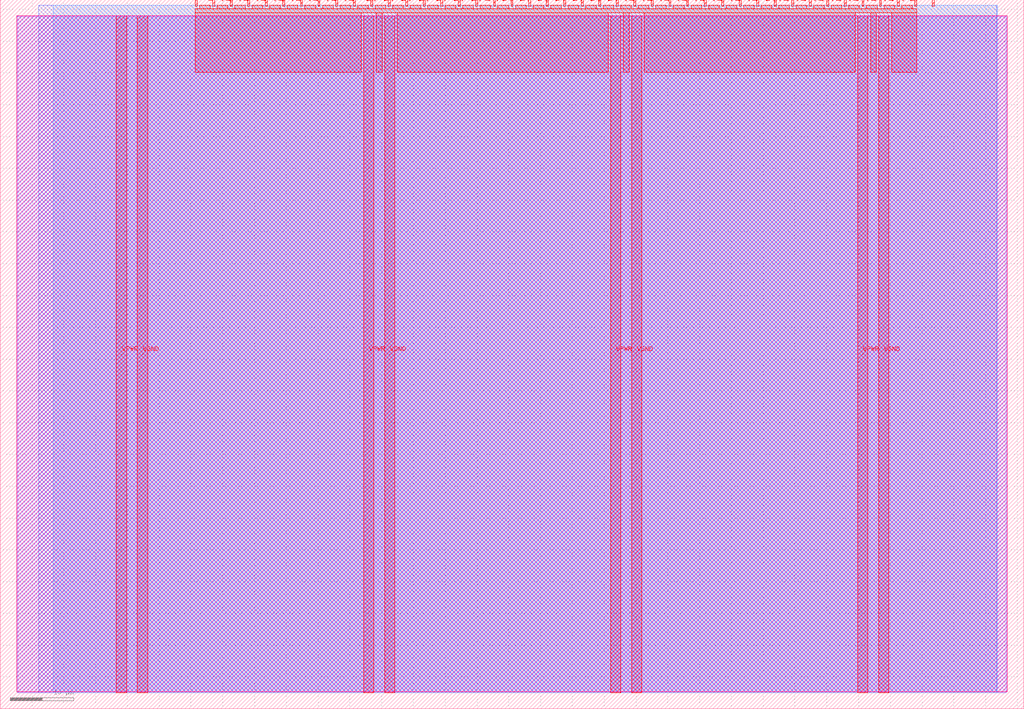
<source format=lef>
VERSION 5.7 ;
  NOWIREEXTENSIONATPIN ON ;
  DIVIDERCHAR "/" ;
  BUSBITCHARS "[]" ;
MACRO tt_um_willwhang
  CLASS BLOCK ;
  FOREIGN tt_um_willwhang ;
  ORIGIN 0.000 0.000 ;
  SIZE 161.000 BY 111.520 ;
  PIN VGND
    DIRECTION INOUT ;
    USE GROUND ;
    PORT
      LAYER met4 ;
        RECT 21.580 2.480 23.180 109.040 ;
    END
    PORT
      LAYER met4 ;
        RECT 60.450 2.480 62.050 109.040 ;
    END
    PORT
      LAYER met4 ;
        RECT 99.320 2.480 100.920 109.040 ;
    END
    PORT
      LAYER met4 ;
        RECT 138.190 2.480 139.790 109.040 ;
    END
  END VGND
  PIN VPWR
    DIRECTION INOUT ;
    USE POWER ;
    PORT
      LAYER met4 ;
        RECT 18.280 2.480 19.880 109.040 ;
    END
    PORT
      LAYER met4 ;
        RECT 57.150 2.480 58.750 109.040 ;
    END
    PORT
      LAYER met4 ;
        RECT 96.020 2.480 97.620 109.040 ;
    END
    PORT
      LAYER met4 ;
        RECT 134.890 2.480 136.490 109.040 ;
    END
  END VPWR
  PIN clk
    DIRECTION INPUT ;
    USE SIGNAL ;
    ANTENNAGATEAREA 0.852000 ;
    PORT
      LAYER met4 ;
        RECT 143.830 110.520 144.130 111.520 ;
    END
  END clk
  PIN ena
    DIRECTION INPUT ;
    USE SIGNAL ;
    PORT
      LAYER met4 ;
        RECT 146.590 110.520 146.890 111.520 ;
    END
  END ena
  PIN rst_n
    DIRECTION INPUT ;
    USE SIGNAL ;
    ANTENNAGATEAREA 0.196500 ;
    PORT
      LAYER met4 ;
        RECT 141.070 110.520 141.370 111.520 ;
    END
  END rst_n
  PIN ui_in[0]
    DIRECTION INPUT ;
    USE SIGNAL ;
    ANTENNAGATEAREA 0.196500 ;
    PORT
      LAYER met4 ;
        RECT 138.310 110.520 138.610 111.520 ;
    END
  END ui_in[0]
  PIN ui_in[1]
    DIRECTION INPUT ;
    USE SIGNAL ;
    ANTENNAGATEAREA 0.196500 ;
    PORT
      LAYER met4 ;
        RECT 135.550 110.520 135.850 111.520 ;
    END
  END ui_in[1]
  PIN ui_in[2]
    DIRECTION INPUT ;
    USE SIGNAL ;
    ANTENNAGATEAREA 0.196500 ;
    PORT
      LAYER met4 ;
        RECT 132.790 110.520 133.090 111.520 ;
    END
  END ui_in[2]
  PIN ui_in[3]
    DIRECTION INPUT ;
    USE SIGNAL ;
    ANTENNAGATEAREA 0.196500 ;
    PORT
      LAYER met4 ;
        RECT 130.030 110.520 130.330 111.520 ;
    END
  END ui_in[3]
  PIN ui_in[4]
    DIRECTION INPUT ;
    USE SIGNAL ;
    ANTENNAGATEAREA 0.196500 ;
    PORT
      LAYER met4 ;
        RECT 127.270 110.520 127.570 111.520 ;
    END
  END ui_in[4]
  PIN ui_in[5]
    DIRECTION INPUT ;
    USE SIGNAL ;
    ANTENNAGATEAREA 0.196500 ;
    PORT
      LAYER met4 ;
        RECT 124.510 110.520 124.810 111.520 ;
    END
  END ui_in[5]
  PIN ui_in[6]
    DIRECTION INPUT ;
    USE SIGNAL ;
    ANTENNAGATEAREA 0.196500 ;
    PORT
      LAYER met4 ;
        RECT 121.750 110.520 122.050 111.520 ;
    END
  END ui_in[6]
  PIN ui_in[7]
    DIRECTION INPUT ;
    USE SIGNAL ;
    PORT
      LAYER met4 ;
        RECT 118.990 110.520 119.290 111.520 ;
    END
  END ui_in[7]
  PIN uio_in[0]
    DIRECTION INPUT ;
    USE SIGNAL ;
    PORT
      LAYER met4 ;
        RECT 116.230 110.520 116.530 111.520 ;
    END
  END uio_in[0]
  PIN uio_in[1]
    DIRECTION INPUT ;
    USE SIGNAL ;
    PORT
      LAYER met4 ;
        RECT 113.470 110.520 113.770 111.520 ;
    END
  END uio_in[1]
  PIN uio_in[2]
    DIRECTION INPUT ;
    USE SIGNAL ;
    PORT
      LAYER met4 ;
        RECT 110.710 110.520 111.010 111.520 ;
    END
  END uio_in[2]
  PIN uio_in[3]
    DIRECTION INPUT ;
    USE SIGNAL ;
    PORT
      LAYER met4 ;
        RECT 107.950 110.520 108.250 111.520 ;
    END
  END uio_in[3]
  PIN uio_in[4]
    DIRECTION INPUT ;
    USE SIGNAL ;
    PORT
      LAYER met4 ;
        RECT 105.190 110.520 105.490 111.520 ;
    END
  END uio_in[4]
  PIN uio_in[5]
    DIRECTION INPUT ;
    USE SIGNAL ;
    PORT
      LAYER met4 ;
        RECT 102.430 110.520 102.730 111.520 ;
    END
  END uio_in[5]
  PIN uio_in[6]
    DIRECTION INPUT ;
    USE SIGNAL ;
    PORT
      LAYER met4 ;
        RECT 99.670 110.520 99.970 111.520 ;
    END
  END uio_in[6]
  PIN uio_in[7]
    DIRECTION INPUT ;
    USE SIGNAL ;
    PORT
      LAYER met4 ;
        RECT 96.910 110.520 97.210 111.520 ;
    END
  END uio_in[7]
  PIN uio_oe[0]
    DIRECTION OUTPUT ;
    USE SIGNAL ;
    PORT
      LAYER met4 ;
        RECT 49.990 110.520 50.290 111.520 ;
    END
  END uio_oe[0]
  PIN uio_oe[1]
    DIRECTION OUTPUT ;
    USE SIGNAL ;
    PORT
      LAYER met4 ;
        RECT 47.230 110.520 47.530 111.520 ;
    END
  END uio_oe[1]
  PIN uio_oe[2]
    DIRECTION OUTPUT ;
    USE SIGNAL ;
    PORT
      LAYER met4 ;
        RECT 44.470 110.520 44.770 111.520 ;
    END
  END uio_oe[2]
  PIN uio_oe[3]
    DIRECTION OUTPUT ;
    USE SIGNAL ;
    PORT
      LAYER met4 ;
        RECT 41.710 110.520 42.010 111.520 ;
    END
  END uio_oe[3]
  PIN uio_oe[4]
    DIRECTION OUTPUT ;
    USE SIGNAL ;
    PORT
      LAYER met4 ;
        RECT 38.950 110.520 39.250 111.520 ;
    END
  END uio_oe[4]
  PIN uio_oe[5]
    DIRECTION OUTPUT ;
    USE SIGNAL ;
    PORT
      LAYER met4 ;
        RECT 36.190 110.520 36.490 111.520 ;
    END
  END uio_oe[5]
  PIN uio_oe[6]
    DIRECTION OUTPUT ;
    USE SIGNAL ;
    PORT
      LAYER met4 ;
        RECT 33.430 110.520 33.730 111.520 ;
    END
  END uio_oe[6]
  PIN uio_oe[7]
    DIRECTION OUTPUT ;
    USE SIGNAL ;
    PORT
      LAYER met4 ;
        RECT 30.670 110.520 30.970 111.520 ;
    END
  END uio_oe[7]
  PIN uio_out[0]
    DIRECTION OUTPUT ;
    USE SIGNAL ;
    ANTENNADIFFAREA 0.445500 ;
    PORT
      LAYER met4 ;
        RECT 72.070 110.520 72.370 111.520 ;
    END
  END uio_out[0]
  PIN uio_out[1]
    DIRECTION OUTPUT ;
    USE SIGNAL ;
    ANTENNADIFFAREA 0.445500 ;
    PORT
      LAYER met4 ;
        RECT 69.310 110.520 69.610 111.520 ;
    END
  END uio_out[1]
  PIN uio_out[2]
    DIRECTION OUTPUT ;
    USE SIGNAL ;
    ANTENNADIFFAREA 0.445500 ;
    PORT
      LAYER met4 ;
        RECT 66.550 110.520 66.850 111.520 ;
    END
  END uio_out[2]
  PIN uio_out[3]
    DIRECTION OUTPUT ;
    USE SIGNAL ;
    ANTENNADIFFAREA 0.445500 ;
    PORT
      LAYER met4 ;
        RECT 63.790 110.520 64.090 111.520 ;
    END
  END uio_out[3]
  PIN uio_out[4]
    DIRECTION OUTPUT ;
    USE SIGNAL ;
    ANTENNADIFFAREA 0.445500 ;
    PORT
      LAYER met4 ;
        RECT 61.030 110.520 61.330 111.520 ;
    END
  END uio_out[4]
  PIN uio_out[5]
    DIRECTION OUTPUT ;
    USE SIGNAL ;
    ANTENNADIFFAREA 0.445500 ;
    PORT
      LAYER met4 ;
        RECT 58.270 110.520 58.570 111.520 ;
    END
  END uio_out[5]
  PIN uio_out[6]
    DIRECTION OUTPUT ;
    USE SIGNAL ;
    ANTENNADIFFAREA 0.445500 ;
    PORT
      LAYER met4 ;
        RECT 55.510 110.520 55.810 111.520 ;
    END
  END uio_out[6]
  PIN uio_out[7]
    DIRECTION OUTPUT ;
    USE SIGNAL ;
    ANTENNADIFFAREA 0.795200 ;
    PORT
      LAYER met4 ;
        RECT 52.750 110.520 53.050 111.520 ;
    END
  END uio_out[7]
  PIN uo_out[0]
    DIRECTION OUTPUT ;
    USE SIGNAL ;
    ANTENNADIFFAREA 0.445500 ;
    PORT
      LAYER met4 ;
        RECT 94.150 110.520 94.450 111.520 ;
    END
  END uo_out[0]
  PIN uo_out[1]
    DIRECTION OUTPUT ;
    USE SIGNAL ;
    ANTENNADIFFAREA 0.445500 ;
    PORT
      LAYER met4 ;
        RECT 91.390 110.520 91.690 111.520 ;
    END
  END uo_out[1]
  PIN uo_out[2]
    DIRECTION OUTPUT ;
    USE SIGNAL ;
    ANTENNADIFFAREA 0.445500 ;
    PORT
      LAYER met4 ;
        RECT 88.630 110.520 88.930 111.520 ;
    END
  END uo_out[2]
  PIN uo_out[3]
    DIRECTION OUTPUT ;
    USE SIGNAL ;
    ANTENNADIFFAREA 0.445500 ;
    PORT
      LAYER met4 ;
        RECT 85.870 110.520 86.170 111.520 ;
    END
  END uo_out[3]
  PIN uo_out[4]
    DIRECTION OUTPUT ;
    USE SIGNAL ;
    ANTENNADIFFAREA 0.445500 ;
    PORT
      LAYER met4 ;
        RECT 83.110 110.520 83.410 111.520 ;
    END
  END uo_out[4]
  PIN uo_out[5]
    DIRECTION OUTPUT ;
    USE SIGNAL ;
    ANTENNADIFFAREA 0.445500 ;
    PORT
      LAYER met4 ;
        RECT 80.350 110.520 80.650 111.520 ;
    END
  END uo_out[5]
  PIN uo_out[6]
    DIRECTION OUTPUT ;
    USE SIGNAL ;
    ANTENNADIFFAREA 0.445500 ;
    PORT
      LAYER met4 ;
        RECT 77.590 110.520 77.890 111.520 ;
    END
  END uo_out[6]
  PIN uo_out[7]
    DIRECTION OUTPUT ;
    USE SIGNAL ;
    ANTENNADIFFAREA 0.795200 ;
    PORT
      LAYER met4 ;
        RECT 74.830 110.520 75.130 111.520 ;
    END
  END uo_out[7]
  OBS
      LAYER nwell ;
        RECT 2.570 2.635 158.430 108.990 ;
      LAYER li1 ;
        RECT 2.760 2.635 158.240 108.885 ;
      LAYER met1 ;
        RECT 2.760 2.480 158.240 109.040 ;
      LAYER met2 ;
        RECT 6.080 2.535 156.770 110.685 ;
      LAYER met3 ;
        RECT 8.345 2.555 156.795 110.665 ;
      LAYER met4 ;
        RECT 31.370 110.120 33.030 110.665 ;
        RECT 34.130 110.120 35.790 110.665 ;
        RECT 36.890 110.120 38.550 110.665 ;
        RECT 39.650 110.120 41.310 110.665 ;
        RECT 42.410 110.120 44.070 110.665 ;
        RECT 45.170 110.120 46.830 110.665 ;
        RECT 47.930 110.120 49.590 110.665 ;
        RECT 50.690 110.120 52.350 110.665 ;
        RECT 53.450 110.120 55.110 110.665 ;
        RECT 56.210 110.120 57.870 110.665 ;
        RECT 58.970 110.120 60.630 110.665 ;
        RECT 61.730 110.120 63.390 110.665 ;
        RECT 64.490 110.120 66.150 110.665 ;
        RECT 67.250 110.120 68.910 110.665 ;
        RECT 70.010 110.120 71.670 110.665 ;
        RECT 72.770 110.120 74.430 110.665 ;
        RECT 75.530 110.120 77.190 110.665 ;
        RECT 78.290 110.120 79.950 110.665 ;
        RECT 81.050 110.120 82.710 110.665 ;
        RECT 83.810 110.120 85.470 110.665 ;
        RECT 86.570 110.120 88.230 110.665 ;
        RECT 89.330 110.120 90.990 110.665 ;
        RECT 92.090 110.120 93.750 110.665 ;
        RECT 94.850 110.120 96.510 110.665 ;
        RECT 97.610 110.120 99.270 110.665 ;
        RECT 100.370 110.120 102.030 110.665 ;
        RECT 103.130 110.120 104.790 110.665 ;
        RECT 105.890 110.120 107.550 110.665 ;
        RECT 108.650 110.120 110.310 110.665 ;
        RECT 111.410 110.120 113.070 110.665 ;
        RECT 114.170 110.120 115.830 110.665 ;
        RECT 116.930 110.120 118.590 110.665 ;
        RECT 119.690 110.120 121.350 110.665 ;
        RECT 122.450 110.120 124.110 110.665 ;
        RECT 125.210 110.120 126.870 110.665 ;
        RECT 127.970 110.120 129.630 110.665 ;
        RECT 130.730 110.120 132.390 110.665 ;
        RECT 133.490 110.120 135.150 110.665 ;
        RECT 136.250 110.120 137.910 110.665 ;
        RECT 139.010 110.120 140.670 110.665 ;
        RECT 141.770 110.120 143.430 110.665 ;
        RECT 30.655 109.440 144.145 110.120 ;
        RECT 30.655 100.135 56.750 109.440 ;
        RECT 59.150 100.135 60.050 109.440 ;
        RECT 62.450 100.135 95.620 109.440 ;
        RECT 98.020 100.135 98.920 109.440 ;
        RECT 101.320 100.135 134.490 109.440 ;
        RECT 136.890 100.135 137.790 109.440 ;
        RECT 140.190 100.135 144.145 109.440 ;
  END
END tt_um_willwhang
END LIBRARY


</source>
